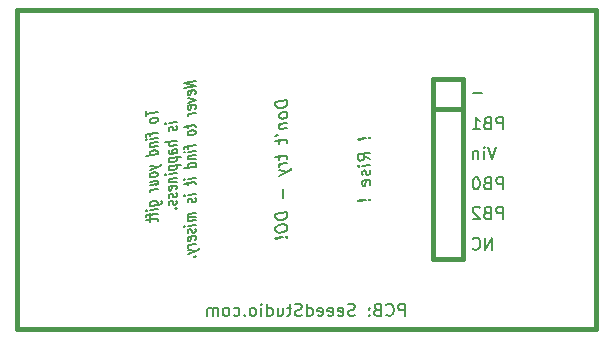
<source format=gbo>
G04 (created by PCBNEW (2013-02-09 BZR 3938)-testing) date Mon 11 Feb 2013 04:26:08 PM CET*
%MOIN*%
G04 Gerber Fmt 3.4, Leading zero omitted, Abs format*
%FSLAX34Y34*%
G01*
G70*
G90*
G04 APERTURE LIST*
%ADD10C,3.14961e-06*%
%ADD11C,0.008*%
%ADD12C,0.0075*%
%ADD13C,0.015*%
%ADD14R,0.0649606X0.0649606*%
%ADD15C,0.0649606*%
%ADD16C,0.16*%
%ADD17C,0.066*%
%ADD18R,0.09X0.062*%
%ADD19O,0.09X0.062*%
%ADD20R,0.055X0.055*%
%ADD21C,0.055*%
%ADD22C,0.06*%
%ADD23O,0.0591X0.0472*%
G04 APERTURE END LIST*
G54D10*
G54D11*
X31422Y-17065D02*
X31441Y-17082D01*
X31460Y-17061D01*
X31441Y-17044D01*
X31422Y-17065D01*
X31460Y-17061D01*
X31308Y-17080D02*
X31079Y-17089D01*
X31060Y-17111D01*
X31079Y-17127D01*
X31308Y-17080D01*
X31060Y-17111D01*
X31460Y-17785D02*
X31270Y-17675D01*
X31460Y-17556D02*
X31060Y-17606D01*
X31060Y-17758D01*
X31079Y-17794D01*
X31099Y-17811D01*
X31137Y-17825D01*
X31194Y-17818D01*
X31232Y-17794D01*
X31251Y-17773D01*
X31270Y-17732D01*
X31270Y-17580D01*
X31460Y-17956D02*
X31194Y-17989D01*
X31060Y-18006D02*
X31079Y-17985D01*
X31099Y-18001D01*
X31079Y-18023D01*
X31060Y-18006D01*
X31099Y-18001D01*
X31441Y-18130D02*
X31460Y-18165D01*
X31460Y-18242D01*
X31441Y-18282D01*
X31403Y-18306D01*
X31384Y-18308D01*
X31346Y-18294D01*
X31327Y-18258D01*
X31327Y-18201D01*
X31308Y-18165D01*
X31270Y-18151D01*
X31251Y-18154D01*
X31213Y-18177D01*
X31194Y-18218D01*
X31194Y-18275D01*
X31213Y-18311D01*
X31441Y-18625D02*
X31460Y-18585D01*
X31460Y-18508D01*
X31441Y-18473D01*
X31403Y-18458D01*
X31251Y-18477D01*
X31213Y-18501D01*
X31194Y-18542D01*
X31194Y-18618D01*
X31213Y-18654D01*
X31251Y-18668D01*
X31289Y-18663D01*
X31327Y-18468D01*
X31422Y-19123D02*
X31441Y-19139D01*
X31460Y-19118D01*
X31441Y-19101D01*
X31422Y-19123D01*
X31460Y-19118D01*
X31308Y-19137D02*
X31079Y-19146D01*
X31060Y-19168D01*
X31079Y-19185D01*
X31308Y-19137D01*
X31060Y-19168D01*
X28704Y-15813D02*
X28304Y-15863D01*
X28304Y-15958D01*
X28323Y-16013D01*
X28362Y-16046D01*
X28400Y-16061D01*
X28476Y-16070D01*
X28533Y-16063D01*
X28609Y-16035D01*
X28647Y-16011D01*
X28685Y-15968D01*
X28704Y-15908D01*
X28704Y-15813D01*
X28704Y-16270D02*
X28685Y-16235D01*
X28666Y-16218D01*
X28628Y-16204D01*
X28514Y-16218D01*
X28476Y-16242D01*
X28457Y-16263D01*
X28438Y-16304D01*
X28438Y-16361D01*
X28457Y-16396D01*
X28476Y-16413D01*
X28514Y-16427D01*
X28628Y-16413D01*
X28666Y-16389D01*
X28685Y-16368D01*
X28704Y-16327D01*
X28704Y-16270D01*
X28438Y-16608D02*
X28704Y-16575D01*
X28476Y-16604D02*
X28457Y-16625D01*
X28438Y-16665D01*
X28438Y-16723D01*
X28457Y-16758D01*
X28495Y-16773D01*
X28704Y-16746D01*
X28304Y-17006D02*
X28381Y-16958D01*
X28438Y-17104D02*
X28438Y-17256D01*
X28304Y-17177D02*
X28647Y-17135D01*
X28685Y-17149D01*
X28704Y-17185D01*
X28704Y-17223D01*
X28438Y-17637D02*
X28438Y-17789D01*
X28304Y-17711D02*
X28647Y-17668D01*
X28685Y-17682D01*
X28704Y-17718D01*
X28704Y-17756D01*
X28704Y-17889D02*
X28438Y-17923D01*
X28514Y-17913D02*
X28476Y-17937D01*
X28457Y-17958D01*
X28438Y-17999D01*
X28438Y-18037D01*
X28438Y-18132D02*
X28704Y-18194D01*
X28438Y-18323D02*
X28704Y-18194D01*
X28800Y-18144D01*
X28819Y-18123D01*
X28838Y-18082D01*
X28552Y-18765D02*
X28552Y-19070D01*
X28704Y-19546D02*
X28304Y-19596D01*
X28304Y-19692D01*
X28323Y-19746D01*
X28362Y-19780D01*
X28400Y-19794D01*
X28476Y-19804D01*
X28533Y-19796D01*
X28609Y-19768D01*
X28647Y-19744D01*
X28685Y-19701D01*
X28704Y-19642D01*
X28704Y-19546D01*
X28304Y-20073D02*
X28304Y-20149D01*
X28323Y-20184D01*
X28362Y-20218D01*
X28438Y-20227D01*
X28571Y-20211D01*
X28647Y-20182D01*
X28685Y-20139D01*
X28704Y-20099D01*
X28704Y-20023D01*
X28685Y-19987D01*
X28647Y-19954D01*
X28571Y-19944D01*
X28438Y-19961D01*
X28362Y-19989D01*
X28323Y-20032D01*
X28304Y-20073D01*
X28666Y-20370D02*
X28685Y-20387D01*
X28704Y-20365D01*
X28685Y-20349D01*
X28666Y-20370D01*
X28704Y-20365D01*
X28552Y-20384D02*
X28323Y-20394D01*
X28304Y-20415D01*
X28323Y-20432D01*
X28552Y-20384D01*
X28304Y-20415D01*
G54D12*
X23973Y-16181D02*
X23973Y-16353D01*
X24373Y-16217D02*
X23973Y-16267D01*
X24373Y-16446D02*
X24354Y-16419D01*
X24335Y-16407D01*
X24297Y-16398D01*
X24183Y-16412D01*
X24145Y-16431D01*
X24126Y-16448D01*
X24107Y-16479D01*
X24107Y-16522D01*
X24126Y-16548D01*
X24145Y-16560D01*
X24183Y-16569D01*
X24297Y-16555D01*
X24335Y-16536D01*
X24354Y-16519D01*
X24373Y-16488D01*
X24373Y-16446D01*
X24107Y-16893D02*
X24107Y-17007D01*
X24373Y-16903D02*
X24031Y-16946D01*
X23992Y-16965D01*
X23973Y-16996D01*
X23973Y-17024D01*
X24373Y-17074D02*
X24107Y-17107D01*
X23973Y-17124D02*
X23992Y-17107D01*
X24012Y-17119D01*
X23992Y-17136D01*
X23973Y-17124D01*
X24012Y-17119D01*
X24107Y-17250D02*
X24373Y-17217D01*
X24145Y-17246D02*
X24126Y-17262D01*
X24107Y-17293D01*
X24107Y-17336D01*
X24126Y-17362D01*
X24164Y-17372D01*
X24373Y-17346D01*
X24373Y-17617D02*
X23973Y-17667D01*
X24354Y-17619D02*
X24373Y-17588D01*
X24373Y-17531D01*
X24354Y-17505D01*
X24335Y-17493D01*
X24297Y-17484D01*
X24183Y-17498D01*
X24145Y-17517D01*
X24126Y-17534D01*
X24107Y-17565D01*
X24107Y-17622D01*
X24126Y-17648D01*
X24107Y-17993D02*
X24373Y-18031D01*
X24107Y-18136D02*
X24373Y-18031D01*
X24469Y-17991D01*
X24488Y-17974D01*
X24507Y-17943D01*
X24373Y-18260D02*
X24354Y-18234D01*
X24335Y-18222D01*
X24297Y-18212D01*
X24183Y-18226D01*
X24145Y-18246D01*
X24126Y-18262D01*
X24107Y-18293D01*
X24107Y-18336D01*
X24126Y-18362D01*
X24145Y-18374D01*
X24183Y-18384D01*
X24297Y-18369D01*
X24335Y-18350D01*
X24354Y-18334D01*
X24373Y-18303D01*
X24373Y-18260D01*
X24107Y-18650D02*
X24373Y-18617D01*
X24107Y-18522D02*
X24316Y-18496D01*
X24354Y-18505D01*
X24373Y-18531D01*
X24373Y-18574D01*
X24354Y-18605D01*
X24335Y-18622D01*
X24373Y-18760D02*
X24107Y-18793D01*
X24183Y-18784D02*
X24145Y-18803D01*
X24126Y-18819D01*
X24107Y-18850D01*
X24107Y-18879D01*
X24107Y-19336D02*
X24431Y-19296D01*
X24469Y-19276D01*
X24488Y-19260D01*
X24507Y-19229D01*
X24507Y-19186D01*
X24488Y-19160D01*
X24354Y-19305D02*
X24373Y-19274D01*
X24373Y-19217D01*
X24354Y-19191D01*
X24335Y-19179D01*
X24297Y-19169D01*
X24183Y-19184D01*
X24145Y-19203D01*
X24126Y-19219D01*
X24107Y-19250D01*
X24107Y-19307D01*
X24126Y-19334D01*
X24373Y-19446D02*
X24107Y-19479D01*
X23973Y-19496D02*
X23992Y-19479D01*
X24012Y-19491D01*
X23992Y-19507D01*
X23973Y-19496D01*
X24012Y-19491D01*
X24107Y-19579D02*
X24107Y-19693D01*
X24373Y-19588D02*
X24031Y-19631D01*
X23992Y-19650D01*
X23973Y-19681D01*
X23973Y-19710D01*
X24107Y-19750D02*
X24107Y-19865D01*
X23973Y-19810D02*
X24316Y-19767D01*
X24354Y-19776D01*
X24373Y-19803D01*
X24373Y-19831D01*
X25008Y-16553D02*
X24742Y-16586D01*
X24608Y-16603D02*
X24627Y-16586D01*
X24647Y-16598D01*
X24627Y-16615D01*
X24608Y-16603D01*
X24647Y-16598D01*
X24989Y-16684D02*
X25008Y-16710D01*
X25008Y-16767D01*
X24989Y-16798D01*
X24951Y-16817D01*
X24932Y-16819D01*
X24894Y-16810D01*
X24875Y-16784D01*
X24875Y-16741D01*
X24856Y-16715D01*
X24818Y-16705D01*
X24799Y-16707D01*
X24761Y-16726D01*
X24742Y-16757D01*
X24742Y-16800D01*
X24761Y-16826D01*
X25008Y-17167D02*
X24608Y-17217D01*
X25008Y-17296D02*
X24799Y-17322D01*
X24761Y-17312D01*
X24742Y-17286D01*
X24742Y-17243D01*
X24761Y-17212D01*
X24780Y-17196D01*
X25008Y-17567D02*
X24799Y-17593D01*
X24761Y-17584D01*
X24742Y-17557D01*
X24742Y-17500D01*
X24761Y-17469D01*
X24989Y-17569D02*
X25008Y-17538D01*
X25008Y-17467D01*
X24989Y-17441D01*
X24951Y-17431D01*
X24913Y-17436D01*
X24875Y-17455D01*
X24856Y-17486D01*
X24856Y-17557D01*
X24837Y-17588D01*
X24742Y-17743D02*
X25142Y-17693D01*
X24761Y-17741D02*
X24742Y-17772D01*
X24742Y-17829D01*
X24761Y-17855D01*
X24780Y-17867D01*
X24818Y-17876D01*
X24932Y-17862D01*
X24970Y-17843D01*
X24989Y-17826D01*
X25008Y-17796D01*
X25008Y-17738D01*
X24989Y-17712D01*
X24742Y-18015D02*
X25142Y-17965D01*
X24761Y-18012D02*
X24742Y-18043D01*
X24742Y-18100D01*
X24761Y-18126D01*
X24780Y-18138D01*
X24818Y-18148D01*
X24932Y-18134D01*
X24970Y-18115D01*
X24989Y-18098D01*
X25008Y-18067D01*
X25008Y-18010D01*
X24989Y-17984D01*
X25008Y-18253D02*
X24742Y-18286D01*
X24608Y-18303D02*
X24627Y-18286D01*
X24647Y-18298D01*
X24627Y-18315D01*
X24608Y-18303D01*
X24647Y-18298D01*
X24742Y-18429D02*
X25008Y-18396D01*
X24780Y-18424D02*
X24761Y-18441D01*
X24742Y-18472D01*
X24742Y-18515D01*
X24761Y-18541D01*
X24799Y-18550D01*
X25008Y-18524D01*
X24989Y-18784D02*
X25008Y-18753D01*
X25008Y-18696D01*
X24989Y-18669D01*
X24951Y-18660D01*
X24799Y-18679D01*
X24761Y-18698D01*
X24742Y-18729D01*
X24742Y-18786D01*
X24761Y-18812D01*
X24799Y-18822D01*
X24837Y-18817D01*
X24875Y-18669D01*
X24989Y-18912D02*
X25008Y-18938D01*
X25008Y-18996D01*
X24989Y-19026D01*
X24951Y-19046D01*
X24932Y-19048D01*
X24894Y-19038D01*
X24875Y-19012D01*
X24875Y-18969D01*
X24856Y-18943D01*
X24818Y-18934D01*
X24799Y-18936D01*
X24761Y-18955D01*
X24742Y-18986D01*
X24742Y-19029D01*
X24761Y-19055D01*
X24989Y-19155D02*
X25008Y-19181D01*
X25008Y-19238D01*
X24989Y-19269D01*
X24951Y-19288D01*
X24932Y-19291D01*
X24894Y-19281D01*
X24875Y-19255D01*
X24875Y-19212D01*
X24856Y-19186D01*
X24818Y-19176D01*
X24799Y-19179D01*
X24761Y-19198D01*
X24742Y-19229D01*
X24742Y-19272D01*
X24761Y-19298D01*
X24970Y-19415D02*
X24989Y-19426D01*
X25008Y-19410D01*
X24989Y-19398D01*
X24970Y-19415D01*
X25008Y-19410D01*
X25643Y-15174D02*
X25243Y-15224D01*
X25643Y-15346D01*
X25243Y-15396D01*
X25624Y-15605D02*
X25643Y-15574D01*
X25643Y-15517D01*
X25624Y-15491D01*
X25586Y-15481D01*
X25434Y-15500D01*
X25396Y-15519D01*
X25377Y-15550D01*
X25377Y-15607D01*
X25396Y-15634D01*
X25434Y-15643D01*
X25472Y-15638D01*
X25510Y-15491D01*
X25377Y-15750D02*
X25643Y-15788D01*
X25377Y-15893D01*
X25624Y-16091D02*
X25643Y-16060D01*
X25643Y-16003D01*
X25624Y-15976D01*
X25586Y-15967D01*
X25434Y-15986D01*
X25396Y-16005D01*
X25377Y-16036D01*
X25377Y-16093D01*
X25396Y-16119D01*
X25434Y-16129D01*
X25472Y-16124D01*
X25510Y-15976D01*
X25643Y-16231D02*
X25377Y-16265D01*
X25453Y-16255D02*
X25415Y-16274D01*
X25396Y-16291D01*
X25377Y-16322D01*
X25377Y-16350D01*
X25377Y-16636D02*
X25377Y-16750D01*
X25243Y-16696D02*
X25586Y-16653D01*
X25624Y-16662D01*
X25643Y-16688D01*
X25643Y-16717D01*
X25643Y-16860D02*
X25624Y-16834D01*
X25605Y-16822D01*
X25567Y-16812D01*
X25453Y-16826D01*
X25415Y-16846D01*
X25396Y-16862D01*
X25377Y-16893D01*
X25377Y-16936D01*
X25396Y-16962D01*
X25415Y-16974D01*
X25453Y-16984D01*
X25567Y-16969D01*
X25605Y-16950D01*
X25624Y-16934D01*
X25643Y-16903D01*
X25643Y-16860D01*
X25377Y-17307D02*
X25377Y-17422D01*
X25643Y-17317D02*
X25301Y-17360D01*
X25262Y-17379D01*
X25243Y-17410D01*
X25243Y-17438D01*
X25643Y-17488D02*
X25377Y-17522D01*
X25243Y-17538D02*
X25262Y-17522D01*
X25282Y-17534D01*
X25262Y-17550D01*
X25243Y-17538D01*
X25282Y-17534D01*
X25377Y-17665D02*
X25643Y-17631D01*
X25415Y-17660D02*
X25396Y-17676D01*
X25377Y-17707D01*
X25377Y-17750D01*
X25396Y-17776D01*
X25434Y-17786D01*
X25643Y-17760D01*
X25643Y-18031D02*
X25243Y-18081D01*
X25624Y-18034D02*
X25643Y-18003D01*
X25643Y-17946D01*
X25624Y-17919D01*
X25605Y-17907D01*
X25567Y-17898D01*
X25453Y-17912D01*
X25415Y-17931D01*
X25396Y-17948D01*
X25377Y-17979D01*
X25377Y-18036D01*
X25396Y-18062D01*
X25643Y-18403D02*
X25377Y-18436D01*
X25243Y-18453D02*
X25262Y-18436D01*
X25282Y-18448D01*
X25262Y-18465D01*
X25243Y-18453D01*
X25282Y-18448D01*
X25377Y-18536D02*
X25377Y-18650D01*
X25243Y-18596D02*
X25586Y-18553D01*
X25624Y-18562D01*
X25643Y-18588D01*
X25643Y-18617D01*
X25643Y-18946D02*
X25377Y-18979D01*
X25243Y-18996D02*
X25262Y-18979D01*
X25282Y-18991D01*
X25262Y-19007D01*
X25243Y-18996D01*
X25282Y-18991D01*
X25624Y-19076D02*
X25643Y-19103D01*
X25643Y-19160D01*
X25624Y-19191D01*
X25586Y-19210D01*
X25567Y-19212D01*
X25529Y-19203D01*
X25510Y-19176D01*
X25510Y-19134D01*
X25491Y-19107D01*
X25453Y-19098D01*
X25434Y-19100D01*
X25396Y-19119D01*
X25377Y-19150D01*
X25377Y-19193D01*
X25396Y-19219D01*
X25643Y-19560D02*
X25377Y-19593D01*
X25415Y-19588D02*
X25396Y-19605D01*
X25377Y-19636D01*
X25377Y-19679D01*
X25396Y-19705D01*
X25434Y-19715D01*
X25643Y-19688D01*
X25434Y-19715D02*
X25396Y-19734D01*
X25377Y-19765D01*
X25377Y-19807D01*
X25396Y-19834D01*
X25434Y-19843D01*
X25643Y-19817D01*
X25643Y-19960D02*
X25377Y-19993D01*
X25243Y-20010D02*
X25262Y-19993D01*
X25282Y-20005D01*
X25262Y-20022D01*
X25243Y-20010D01*
X25282Y-20005D01*
X25624Y-20091D02*
X25643Y-20117D01*
X25643Y-20174D01*
X25624Y-20205D01*
X25586Y-20224D01*
X25567Y-20226D01*
X25529Y-20217D01*
X25510Y-20191D01*
X25510Y-20148D01*
X25491Y-20122D01*
X25453Y-20112D01*
X25434Y-20115D01*
X25396Y-20134D01*
X25377Y-20165D01*
X25377Y-20207D01*
X25396Y-20234D01*
X25624Y-20462D02*
X25643Y-20431D01*
X25643Y-20374D01*
X25624Y-20348D01*
X25586Y-20338D01*
X25434Y-20357D01*
X25396Y-20376D01*
X25377Y-20407D01*
X25377Y-20465D01*
X25396Y-20491D01*
X25434Y-20500D01*
X25472Y-20496D01*
X25510Y-20348D01*
X25643Y-20603D02*
X25377Y-20636D01*
X25453Y-20626D02*
X25415Y-20646D01*
X25396Y-20662D01*
X25377Y-20693D01*
X25377Y-20722D01*
X25377Y-20793D02*
X25643Y-20831D01*
X25377Y-20936D02*
X25643Y-20831D01*
X25739Y-20791D01*
X25758Y-20774D01*
X25777Y-20743D01*
X25605Y-21022D02*
X25624Y-21034D01*
X25643Y-21017D01*
X25624Y-21005D01*
X25605Y-21022D01*
X25643Y-21017D01*
G54D11*
X35203Y-15560D02*
X34898Y-15560D01*
X35660Y-17359D02*
X35526Y-17759D01*
X35393Y-17359D01*
X35260Y-17759D02*
X35260Y-17493D01*
X35260Y-17359D02*
X35279Y-17378D01*
X35260Y-17398D01*
X35241Y-17378D01*
X35260Y-17359D01*
X35260Y-17398D01*
X35069Y-17493D02*
X35069Y-17759D01*
X35069Y-17531D02*
X35050Y-17512D01*
X35012Y-17493D01*
X34955Y-17493D01*
X34917Y-17512D01*
X34898Y-17550D01*
X34898Y-17759D01*
X35526Y-20791D02*
X35526Y-20391D01*
X35298Y-20791D01*
X35298Y-20391D01*
X34879Y-20753D02*
X34898Y-20772D01*
X34955Y-20791D01*
X34993Y-20791D01*
X35050Y-20772D01*
X35088Y-20734D01*
X35107Y-20696D01*
X35126Y-20620D01*
X35126Y-20563D01*
X35107Y-20487D01*
X35088Y-20449D01*
X35050Y-20410D01*
X34993Y-20391D01*
X34955Y-20391D01*
X34898Y-20410D01*
X34879Y-20430D01*
X35888Y-19767D02*
X35888Y-19367D01*
X35736Y-19367D01*
X35698Y-19386D01*
X35679Y-19406D01*
X35660Y-19444D01*
X35660Y-19501D01*
X35679Y-19539D01*
X35698Y-19558D01*
X35736Y-19577D01*
X35888Y-19577D01*
X35355Y-19558D02*
X35298Y-19577D01*
X35279Y-19596D01*
X35260Y-19634D01*
X35260Y-19691D01*
X35279Y-19729D01*
X35298Y-19748D01*
X35336Y-19767D01*
X35488Y-19767D01*
X35488Y-19367D01*
X35355Y-19367D01*
X35317Y-19386D01*
X35298Y-19406D01*
X35279Y-19444D01*
X35279Y-19482D01*
X35298Y-19520D01*
X35317Y-19539D01*
X35355Y-19558D01*
X35488Y-19558D01*
X35107Y-19406D02*
X35088Y-19386D01*
X35050Y-19367D01*
X34955Y-19367D01*
X34917Y-19386D01*
X34898Y-19406D01*
X34879Y-19444D01*
X34879Y-19482D01*
X34898Y-19539D01*
X35126Y-19767D01*
X34879Y-19767D01*
X35888Y-18783D02*
X35888Y-18383D01*
X35736Y-18383D01*
X35698Y-18402D01*
X35679Y-18422D01*
X35660Y-18460D01*
X35660Y-18517D01*
X35679Y-18555D01*
X35698Y-18574D01*
X35736Y-18593D01*
X35888Y-18593D01*
X35355Y-18574D02*
X35298Y-18593D01*
X35279Y-18612D01*
X35260Y-18650D01*
X35260Y-18707D01*
X35279Y-18745D01*
X35298Y-18764D01*
X35336Y-18783D01*
X35488Y-18783D01*
X35488Y-18383D01*
X35355Y-18383D01*
X35317Y-18402D01*
X35298Y-18422D01*
X35279Y-18460D01*
X35279Y-18498D01*
X35298Y-18536D01*
X35317Y-18555D01*
X35355Y-18574D01*
X35488Y-18574D01*
X35012Y-18383D02*
X34974Y-18383D01*
X34936Y-18402D01*
X34917Y-18422D01*
X34898Y-18460D01*
X34879Y-18536D01*
X34879Y-18631D01*
X34898Y-18707D01*
X34917Y-18745D01*
X34936Y-18764D01*
X34974Y-18783D01*
X35012Y-18783D01*
X35050Y-18764D01*
X35069Y-18745D01*
X35088Y-18707D01*
X35107Y-18631D01*
X35107Y-18536D01*
X35088Y-18460D01*
X35069Y-18422D01*
X35050Y-18402D01*
X35012Y-18383D01*
X35888Y-16775D02*
X35888Y-16375D01*
X35736Y-16375D01*
X35698Y-16394D01*
X35679Y-16414D01*
X35660Y-16452D01*
X35660Y-16509D01*
X35679Y-16547D01*
X35698Y-16566D01*
X35736Y-16585D01*
X35888Y-16585D01*
X35355Y-16566D02*
X35298Y-16585D01*
X35279Y-16604D01*
X35260Y-16642D01*
X35260Y-16699D01*
X35279Y-16737D01*
X35298Y-16756D01*
X35336Y-16775D01*
X35488Y-16775D01*
X35488Y-16375D01*
X35355Y-16375D01*
X35317Y-16394D01*
X35298Y-16414D01*
X35279Y-16452D01*
X35279Y-16490D01*
X35298Y-16528D01*
X35317Y-16547D01*
X35355Y-16566D01*
X35488Y-16566D01*
X34879Y-16775D02*
X35107Y-16775D01*
X34993Y-16775D02*
X34993Y-16375D01*
X35031Y-16433D01*
X35069Y-16471D01*
X35107Y-16490D01*
X32626Y-22996D02*
X32626Y-22596D01*
X32473Y-22596D01*
X32435Y-22615D01*
X32416Y-22635D01*
X32397Y-22673D01*
X32397Y-22730D01*
X32416Y-22768D01*
X32435Y-22787D01*
X32473Y-22806D01*
X32626Y-22806D01*
X31997Y-22958D02*
X32016Y-22977D01*
X32073Y-22996D01*
X32111Y-22996D01*
X32169Y-22977D01*
X32207Y-22939D01*
X32226Y-22901D01*
X32245Y-22825D01*
X32245Y-22768D01*
X32226Y-22692D01*
X32207Y-22654D01*
X32169Y-22615D01*
X32111Y-22596D01*
X32073Y-22596D01*
X32016Y-22615D01*
X31997Y-22635D01*
X31692Y-22787D02*
X31635Y-22806D01*
X31616Y-22825D01*
X31597Y-22863D01*
X31597Y-22920D01*
X31616Y-22958D01*
X31635Y-22977D01*
X31673Y-22996D01*
X31826Y-22996D01*
X31826Y-22596D01*
X31692Y-22596D01*
X31654Y-22615D01*
X31635Y-22635D01*
X31616Y-22673D01*
X31616Y-22711D01*
X31635Y-22749D01*
X31654Y-22768D01*
X31692Y-22787D01*
X31826Y-22787D01*
X31426Y-22958D02*
X31407Y-22977D01*
X31426Y-22996D01*
X31445Y-22977D01*
X31426Y-22958D01*
X31426Y-22996D01*
X31426Y-22749D02*
X31407Y-22768D01*
X31426Y-22787D01*
X31445Y-22768D01*
X31426Y-22749D01*
X31426Y-22787D01*
X30950Y-22977D02*
X30892Y-22996D01*
X30797Y-22996D01*
X30759Y-22977D01*
X30740Y-22958D01*
X30721Y-22920D01*
X30721Y-22882D01*
X30740Y-22844D01*
X30759Y-22825D01*
X30797Y-22806D01*
X30873Y-22787D01*
X30911Y-22768D01*
X30930Y-22749D01*
X30950Y-22711D01*
X30950Y-22673D01*
X30930Y-22635D01*
X30911Y-22615D01*
X30873Y-22596D01*
X30778Y-22596D01*
X30721Y-22615D01*
X30397Y-22977D02*
X30435Y-22996D01*
X30511Y-22996D01*
X30550Y-22977D01*
X30569Y-22939D01*
X30569Y-22787D01*
X30550Y-22749D01*
X30511Y-22730D01*
X30435Y-22730D01*
X30397Y-22749D01*
X30378Y-22787D01*
X30378Y-22825D01*
X30569Y-22863D01*
X30054Y-22977D02*
X30092Y-22996D01*
X30169Y-22996D01*
X30207Y-22977D01*
X30226Y-22939D01*
X30226Y-22787D01*
X30207Y-22749D01*
X30169Y-22730D01*
X30092Y-22730D01*
X30054Y-22749D01*
X30035Y-22787D01*
X30035Y-22825D01*
X30226Y-22863D01*
X29711Y-22977D02*
X29750Y-22996D01*
X29826Y-22996D01*
X29864Y-22977D01*
X29883Y-22939D01*
X29883Y-22787D01*
X29864Y-22749D01*
X29826Y-22730D01*
X29750Y-22730D01*
X29711Y-22749D01*
X29692Y-22787D01*
X29692Y-22825D01*
X29883Y-22863D01*
X29350Y-22996D02*
X29350Y-22596D01*
X29350Y-22977D02*
X29388Y-22996D01*
X29464Y-22996D01*
X29502Y-22977D01*
X29521Y-22958D01*
X29540Y-22920D01*
X29540Y-22806D01*
X29521Y-22768D01*
X29502Y-22749D01*
X29464Y-22730D01*
X29388Y-22730D01*
X29350Y-22749D01*
X29178Y-22977D02*
X29121Y-22996D01*
X29026Y-22996D01*
X28988Y-22977D01*
X28969Y-22958D01*
X28950Y-22920D01*
X28950Y-22882D01*
X28969Y-22844D01*
X28988Y-22825D01*
X29026Y-22806D01*
X29102Y-22787D01*
X29140Y-22768D01*
X29159Y-22749D01*
X29178Y-22711D01*
X29178Y-22673D01*
X29159Y-22635D01*
X29140Y-22615D01*
X29102Y-22596D01*
X29007Y-22596D01*
X28950Y-22615D01*
X28835Y-22730D02*
X28683Y-22730D01*
X28778Y-22596D02*
X28778Y-22939D01*
X28759Y-22977D01*
X28721Y-22996D01*
X28683Y-22996D01*
X28378Y-22730D02*
X28378Y-22996D01*
X28550Y-22730D02*
X28550Y-22939D01*
X28531Y-22977D01*
X28492Y-22996D01*
X28435Y-22996D01*
X28397Y-22977D01*
X28378Y-22958D01*
X28016Y-22996D02*
X28016Y-22596D01*
X28016Y-22977D02*
X28054Y-22996D01*
X28131Y-22996D01*
X28169Y-22977D01*
X28188Y-22958D01*
X28207Y-22920D01*
X28207Y-22806D01*
X28188Y-22768D01*
X28169Y-22749D01*
X28131Y-22730D01*
X28054Y-22730D01*
X28016Y-22749D01*
X27826Y-22996D02*
X27826Y-22730D01*
X27826Y-22596D02*
X27845Y-22615D01*
X27826Y-22635D01*
X27807Y-22615D01*
X27826Y-22596D01*
X27826Y-22635D01*
X27578Y-22996D02*
X27616Y-22977D01*
X27635Y-22958D01*
X27654Y-22920D01*
X27654Y-22806D01*
X27635Y-22768D01*
X27616Y-22749D01*
X27578Y-22730D01*
X27521Y-22730D01*
X27483Y-22749D01*
X27464Y-22768D01*
X27445Y-22806D01*
X27445Y-22920D01*
X27464Y-22958D01*
X27483Y-22977D01*
X27521Y-22996D01*
X27578Y-22996D01*
X27273Y-22958D02*
X27254Y-22977D01*
X27273Y-22996D01*
X27292Y-22977D01*
X27273Y-22958D01*
X27273Y-22996D01*
X26911Y-22977D02*
X26950Y-22996D01*
X27026Y-22996D01*
X27064Y-22977D01*
X27083Y-22958D01*
X27102Y-22920D01*
X27102Y-22806D01*
X27083Y-22768D01*
X27064Y-22749D01*
X27026Y-22730D01*
X26950Y-22730D01*
X26911Y-22749D01*
X26683Y-22996D02*
X26721Y-22977D01*
X26740Y-22958D01*
X26759Y-22920D01*
X26759Y-22806D01*
X26740Y-22768D01*
X26721Y-22749D01*
X26683Y-22730D01*
X26626Y-22730D01*
X26588Y-22749D01*
X26569Y-22768D01*
X26550Y-22806D01*
X26550Y-22920D01*
X26569Y-22958D01*
X26588Y-22977D01*
X26626Y-22996D01*
X26683Y-22996D01*
X26378Y-22996D02*
X26378Y-22730D01*
X26378Y-22768D02*
X26359Y-22749D01*
X26321Y-22730D01*
X26264Y-22730D01*
X26226Y-22749D01*
X26207Y-22787D01*
X26207Y-22996D01*
X26207Y-22787D02*
X26188Y-22749D01*
X26150Y-22730D01*
X26092Y-22730D01*
X26054Y-22749D01*
X26035Y-22787D01*
X26035Y-22996D01*
G54D13*
X38976Y-12795D02*
X19684Y-12795D01*
X38976Y-23425D02*
X38976Y-12795D01*
X19684Y-23425D02*
X38976Y-23425D01*
X19684Y-12795D02*
X19684Y-23425D01*
X34555Y-16110D02*
X33555Y-16110D01*
X34555Y-15110D02*
X34555Y-21110D01*
X34555Y-21110D02*
X33555Y-21110D01*
X33555Y-21110D02*
X33555Y-15110D01*
X33555Y-15110D02*
X34555Y-15110D01*
%LPC*%
G54D14*
X34055Y-15610D03*
G54D15*
X34055Y-16610D03*
X34055Y-17610D03*
X34055Y-18610D03*
X34055Y-19610D03*
X34055Y-20610D03*
G54D14*
X20669Y-17110D03*
G54D15*
X20669Y-18110D03*
X20669Y-19110D03*
G54D16*
X21260Y-14370D03*
G54D17*
X37795Y-17610D03*
X37795Y-18610D03*
G54D14*
X29421Y-17110D03*
G54D15*
X30421Y-17110D03*
X29421Y-18110D03*
X30421Y-18110D03*
X29421Y-19110D03*
X30421Y-19110D03*
G54D16*
X37401Y-21850D03*
X37401Y-14370D03*
X21259Y-21850D03*
G54D18*
X23303Y-16610D03*
G54D19*
X23303Y-17610D03*
X23303Y-18610D03*
X23303Y-19610D03*
X26303Y-19610D03*
X26303Y-18610D03*
X26303Y-17610D03*
X26303Y-16610D03*
G54D20*
X27756Y-17110D03*
G54D21*
X27756Y-18110D03*
X27756Y-19110D03*
G54D22*
X27394Y-15157D03*
X23394Y-15157D03*
X27394Y-14173D03*
X23394Y-14173D03*
X32315Y-15157D03*
X28315Y-15157D03*
X30740Y-20472D03*
X26740Y-20472D03*
X32315Y-14173D03*
X28315Y-14173D03*
G54D21*
X22047Y-18610D03*
X22047Y-17610D03*
G54D22*
X36417Y-16110D03*
X36417Y-20110D03*
G54D14*
X31799Y-21850D03*
G54D15*
X30799Y-21850D03*
G54D21*
X32783Y-16338D03*
X31783Y-16338D03*
X31783Y-19882D03*
X32783Y-19882D03*
X24303Y-21653D03*
X25303Y-21653D03*
G54D23*
X32677Y-17610D03*
X32677Y-18610D03*
X32177Y-18110D03*
M02*

</source>
